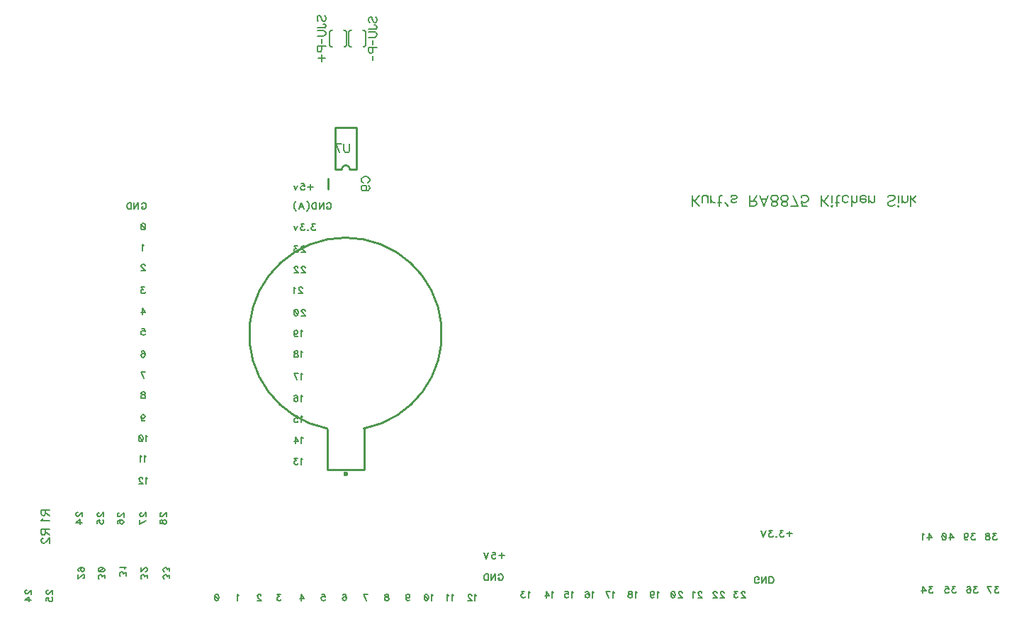
<source format=gbo>
G04 DipTrace 3.3.1.3*
G04 T4RA8875TouchShieldcastellatedV02.gbo*
%MOIN*%
G04 #@! TF.FileFunction,Legend,Bot*
G04 #@! TF.Part,Single*
%ADD10C,0.009843*%
%ADD16C,0.008*%
%ADD29C,0.023566*%
%ADD129C,0.006176*%
%ADD130C,0.007*%
%FSLAX26Y26*%
G04*
G70*
G90*
G75*
G01*
G04 BotSilk*
%LPD*%
X2137340Y2436271D2*
D10*
Y2385129D1*
D29*
X2218700Y1044062D3*
X2305351Y1066215D2*
D10*
X2132049D1*
X2305351D2*
Y1258730D1*
X2132049Y1066215D2*
Y1255132D1*
X2305351Y1258730D2*
G03X2132049Y1258730I-86651J444836D01*
G01*
X2144330Y3124914D2*
D16*
Y3061919D1*
X2223070Y3124914D2*
G03X2211259Y3132796I-9850J-1970D01*
G01*
Y3054037D2*
G03X2223070Y3061919I1961J9852D01*
G01*
X2156141Y3054037D2*
G02X2144330Y3061919I-1961J9852D01*
G01*
Y3124914D2*
G02X2156141Y3132796I9850J-1970D01*
G01*
X2223070Y3061919D2*
Y3124914D1*
X2234330D2*
Y3061919D1*
X2313070Y3124914D2*
G03X2301259Y3132796I-9850J-1970D01*
G01*
Y3054037D2*
G03X2313070Y3061919I1961J9852D01*
G01*
X2246141Y3054037D2*
G02X2234330Y3061919I-1961J9852D01*
G01*
Y3124914D2*
G02X2246141Y3132796I9850J-1970D01*
G01*
X2313070Y3061919D2*
Y3124914D1*
X2168811Y2477273D2*
D10*
Y2674127D1*
X2271187Y2477273D2*
Y2674127D1*
X2168811D2*
X2271187D1*
X2200305Y2477273D2*
X2168811D1*
X2239694D2*
X2271187D1*
X2200305D2*
G02X2239694Y2477273I19694J-9D01*
G01*
X2302211Y2414975D2*
D129*
X2298409Y2416876D1*
X2294562Y2420723D1*
X2292661Y2424525D1*
Y2432174D1*
X2294562Y2436021D1*
X2298409Y2439824D1*
X2302211Y2441769D1*
X2307959Y2443670D1*
X2317554D1*
X2323258Y2441769D1*
X2327105Y2439824D1*
X2330907Y2436021D1*
X2332853Y2432174D1*
Y2424525D1*
X2330907Y2420722D1*
X2327105Y2416876D1*
X2323258Y2414974D1*
X2306058Y2377730D2*
X2311806Y2379675D1*
X2315653Y2383478D1*
X2317554Y2389226D1*
Y2391127D1*
X2315653Y2396875D1*
X2311806Y2400678D1*
X2306058Y2402623D1*
X2304157D1*
X2298409Y2400678D1*
X2294606Y2396875D1*
X2292705Y2391127D1*
Y2389226D1*
X2294606Y2383478D1*
X2298409Y2379675D1*
X2306058Y2377730D1*
X2315653D1*
X2325203Y2379675D1*
X2330951Y2383478D1*
X2332853Y2389226D1*
Y2393028D1*
X2330951Y2398776D1*
X2327105Y2400678D1*
X807003Y875070D2*
Y857871D1*
X805057Y852123D1*
X803156Y850177D1*
X799354Y848276D1*
X795507D1*
X791704Y850177D1*
X789759Y852123D1*
X787858Y857871D1*
Y875071D1*
X828050Y875070D1*
X807003Y861673D2*
X828050Y848276D1*
X795551Y835924D2*
X793606Y832078D1*
X787902Y826330D1*
X828050D1*
X807003Y783670D2*
Y766471D1*
X805057Y760723D1*
X803156Y758777D1*
X799354Y756876D1*
X795507D1*
X791704Y758777D1*
X789759Y760723D1*
X787858Y766471D1*
Y783670D1*
X828050D1*
X807003Y770273D2*
X828050Y756876D1*
X797452Y742579D2*
X795551D1*
X791704Y740678D1*
X789803Y738776D1*
X787902Y734930D1*
Y727280D1*
X789803Y723478D1*
X791704Y721577D1*
X795551Y719631D1*
X799354D1*
X803200Y721577D1*
X808904Y725379D1*
X828050Y744524D1*
Y717730D1*
X2091500Y3175541D2*
X2087653Y3179343D1*
X2085751Y3185092D1*
Y3192741D1*
X2087653Y3198489D1*
X2091500Y3202336D1*
X2095302D1*
X2099149Y3200390D1*
X2101050Y3198489D1*
X2102951Y3194686D1*
X2106798Y3183190D1*
X2108699Y3179343D1*
X2110645Y3177442D1*
X2114447Y3175541D1*
X2120195D1*
X2123998Y3179343D1*
X2125943Y3185092D1*
Y3192741D1*
X2123998Y3198489D1*
X2120195Y3202336D1*
X2085752Y3144044D2*
X2116349D1*
X2122097Y3145945D1*
X2123998Y3147891D1*
X2125943Y3151693D1*
Y3155540D1*
X2123998Y3159343D1*
X2122097Y3161244D1*
X2116349Y3163190D1*
X2112546D1*
X2085752Y3131693D2*
X2114447D1*
X2120195Y3129792D1*
X2123998Y3125945D1*
X2125943Y3120197D1*
Y3116394D1*
X2123998Y3110646D1*
X2120195Y3106799D1*
X2114447Y3104898D1*
X2085752D1*
X2105870Y3092547D2*
Y3070439D1*
X2106798Y3058088D2*
Y3040843D1*
X2104897Y3035140D1*
X2102951Y3033194D1*
X2099149Y3031293D1*
X2093401D1*
X2089598Y3033194D1*
X2087653Y3035140D1*
X2085752Y3040843D1*
Y3058088D1*
X2125943D1*
X2088648Y3001742D2*
X2123092D1*
X2105892Y3018942D2*
Y2984498D1*
X2332385Y3169373D2*
X2328538Y3173175D1*
X2326637Y3178923D1*
Y3186573D1*
X2328538Y3192321D1*
X2332385Y3196168D1*
X2336188D1*
X2340034Y3194222D1*
X2341936Y3192321D1*
X2343837Y3188518D1*
X2347684Y3177022D1*
X2349585Y3173175D1*
X2351530Y3171274D1*
X2355333Y3169373D1*
X2361081D1*
X2364884Y3173175D1*
X2366829Y3178923D1*
Y3186573D1*
X2364884Y3192321D1*
X2361081Y3196168D1*
X2326637Y3137876D2*
X2357234D1*
X2362982Y3139777D1*
X2364884Y3141723D1*
X2366829Y3145525D1*
Y3149372D1*
X2364884Y3153175D1*
X2362982Y3155076D1*
X2357234Y3157021D1*
X2353432D1*
X2326637Y3125525D2*
X2355333D1*
X2361081Y3123623D1*
X2364884Y3119777D1*
X2366829Y3114029D1*
Y3110226D1*
X2364884Y3104478D1*
X2361081Y3100631D1*
X2355333Y3098730D1*
X2326637D1*
X2346755Y3086379D2*
Y3064271D1*
X2347684Y3051919D2*
Y3034675D1*
X2345782Y3028972D1*
X2343837Y3027026D1*
X2340034Y3025125D1*
X2334286D1*
X2330484Y3027026D1*
X2328538Y3028972D1*
X2326637Y3034675D1*
Y3051919D1*
X2366829D1*
X2346755Y3012773D2*
Y2990666D1*
X2237970Y2598206D2*
Y2569510D1*
X2236068Y2563762D1*
X2232222Y2559959D1*
X2226474Y2558014D1*
X2222671D1*
X2216923Y2559959D1*
X2213076Y2563762D1*
X2211175Y2569510D1*
Y2598206D1*
X2191174Y2558014D2*
X2172029Y2598162D1*
X2198824D1*
X3849809Y2305557D2*
D130*
Y2355797D1*
X3883302Y2305557D2*
X3849809Y2339051D1*
X3861747Y2327057D2*
X3883302Y2355797D1*
X3897302Y2322304D2*
Y2346236D1*
X3899679Y2353366D1*
X3904487Y2355797D1*
X3911672D1*
X3916425Y2353366D1*
X3923610Y2346236D1*
Y2322304D2*
Y2355797D1*
X3937610Y2322304D2*
Y2355797D1*
Y2336674D2*
X3940042Y2329489D1*
X3944795Y2324681D1*
X3949604Y2322304D1*
X3956789D1*
X3977974Y2305557D2*
Y2346236D1*
X3980350Y2353366D1*
X3985159Y2355797D1*
X3989912D1*
X3970789Y2322304D2*
X3987536D1*
X4015906Y2305613D2*
X4003912Y2319983D1*
X4018282Y2307989D1*
X4015906Y2305613D1*
X4058590Y2329489D2*
X4056214Y2324681D1*
X4049029Y2322304D1*
X4041844D1*
X4034659Y2324681D1*
X4032282Y2329489D1*
X4034659Y2334242D1*
X4039467Y2336674D1*
X4051405Y2339051D1*
X4056214Y2341427D1*
X4058590Y2346236D1*
Y2348612D1*
X4056214Y2353366D1*
X4049029Y2355797D1*
X4041844D1*
X4034659Y2353366D1*
X4032282Y2348612D1*
X4119752Y2329489D2*
X4141252D1*
X4148437Y2327057D1*
X4150869Y2324681D1*
X4153246Y2319927D1*
Y2315119D1*
X4150869Y2310366D1*
X4148437Y2307934D1*
X4141252Y2305557D1*
X4119752D1*
Y2355797D1*
X4136499Y2329489D2*
X4153246Y2355797D1*
X4205547D2*
X4186369Y2305557D1*
X4167246Y2355797D1*
X4174431Y2339051D2*
X4198362D1*
X4231486Y2305613D2*
X4224356Y2307989D1*
X4221924Y2312742D1*
Y2317551D1*
X4224356Y2322304D1*
X4229109Y2324736D1*
X4238671Y2327113D1*
X4245856Y2329489D1*
X4250609Y2334298D1*
X4252985Y2339051D1*
Y2346236D1*
X4250609Y2350989D1*
X4248232Y2353421D1*
X4241047Y2355797D1*
X4231486D1*
X4224356Y2353421D1*
X4221924Y2350989D1*
X4219547Y2346236D1*
Y2339051D1*
X4221924Y2334298D1*
X4226732Y2329489D1*
X4233862Y2327113D1*
X4243424Y2324736D1*
X4248232Y2322304D1*
X4250609Y2317551D1*
Y2312742D1*
X4248232Y2307989D1*
X4241047Y2305613D1*
X4231486D1*
X4278924D2*
X4271794Y2307989D1*
X4269362Y2312742D1*
Y2317551D1*
X4271794Y2322304D1*
X4276547Y2324736D1*
X4286109Y2327113D1*
X4293294Y2329489D1*
X4298047Y2334298D1*
X4300423Y2339051D1*
Y2346236D1*
X4298047Y2350989D1*
X4295670Y2353421D1*
X4288485Y2355797D1*
X4278924D1*
X4271794Y2353421D1*
X4269362Y2350989D1*
X4266985Y2346236D1*
Y2339051D1*
X4269362Y2334298D1*
X4274170Y2329489D1*
X4281300Y2327113D1*
X4290862Y2324736D1*
X4295670Y2322304D1*
X4298047Y2317551D1*
Y2312742D1*
X4295670Y2307989D1*
X4288485Y2305613D1*
X4278924D1*
X4323985Y2355797D2*
X4347917Y2305613D1*
X4314423D1*
X4390602D2*
X4366725D1*
X4364349Y2327113D1*
X4366725Y2324736D1*
X4373910Y2322304D1*
X4381040D1*
X4388225Y2324736D1*
X4393034Y2329489D1*
X4395410Y2336674D1*
Y2341427D1*
X4393034Y2348612D1*
X4388225Y2353421D1*
X4381040Y2355797D1*
X4373910D1*
X4366725Y2353421D1*
X4364349Y2350989D1*
X4361917Y2346236D1*
X4456572Y2305557D2*
Y2355797D1*
X4490065Y2305557D2*
X4456572Y2339051D1*
X4468510Y2327057D2*
X4490065Y2355797D1*
X4504065Y2305557D2*
X4506442Y2307934D1*
X4508874Y2305557D1*
X4506442Y2303126D1*
X4504065Y2305557D1*
X4506442Y2322304D2*
Y2355797D1*
X4530059Y2305557D2*
Y2346236D1*
X4532435Y2353366D1*
X4537244Y2355797D1*
X4541997D1*
X4522874Y2322304D2*
X4539620D1*
X4584737Y2329489D2*
X4579929Y2324681D1*
X4575120Y2322304D1*
X4567990D1*
X4563182Y2324681D1*
X4558429Y2329489D1*
X4555997Y2336674D1*
Y2341427D1*
X4558429Y2348612D1*
X4563182Y2353366D1*
X4567990Y2355797D1*
X4575120D1*
X4579929Y2353366D1*
X4584737Y2348612D1*
X4598737Y2305557D2*
Y2355797D1*
Y2331866D2*
X4605922Y2324681D1*
X4610731Y2322304D1*
X4617916D1*
X4622669Y2324681D1*
X4625045Y2331866D1*
Y2355797D1*
X4639045Y2336674D2*
X4667730D1*
Y2331866D1*
X4665354Y2327057D1*
X4662977Y2324681D1*
X4658169Y2322304D1*
X4650984D1*
X4646230Y2324681D1*
X4641422Y2329489D1*
X4639045Y2336674D1*
Y2341427D1*
X4641422Y2348612D1*
X4646230Y2353366D1*
X4650984Y2355797D1*
X4658169D1*
X4662977Y2353366D1*
X4667730Y2348612D1*
X4681730Y2322304D2*
Y2355797D1*
Y2331866D2*
X4688915Y2324681D1*
X4693724Y2322304D1*
X4700853D1*
X4705662Y2324681D1*
X4708039Y2331866D1*
Y2355797D1*
X4802694Y2312743D2*
X4797940Y2307934D1*
X4790755Y2305557D1*
X4781194D1*
X4774009Y2307934D1*
X4769200Y2312742D1*
Y2317496D1*
X4771632Y2322304D1*
X4774009Y2324681D1*
X4778762Y2327057D1*
X4793132Y2331866D1*
X4797940Y2334242D1*
X4800317Y2336674D1*
X4802694Y2341427D1*
Y2348612D1*
X4797940Y2353366D1*
X4790755Y2355797D1*
X4781194D1*
X4774009Y2353366D1*
X4769200Y2348612D1*
X4816694Y2305557D2*
X4819070Y2307934D1*
X4821502Y2305557D1*
X4819070Y2303126D1*
X4816694Y2305557D1*
X4819070Y2322304D2*
Y2355797D1*
X4835502Y2322304D2*
Y2355797D1*
Y2331866D2*
X4842687Y2324681D1*
X4847495Y2322304D1*
X4854625D1*
X4859434Y2324681D1*
X4861810Y2331866D1*
Y2355797D1*
X4875810Y2305557D2*
Y2355797D1*
X4899742Y2322304D2*
X4875810Y2346236D1*
X4885372Y2336674D2*
X4902119Y2355797D1*
X3085656Y486445D2*
X3082771Y487904D1*
X3078460Y492182D1*
Y462071D1*
X3061575Y492182D2*
X3045823D1*
X3054412Y480708D1*
X3050101D1*
X3047249Y479282D1*
X3045823Y477856D1*
X3044364Y473545D1*
Y470693D1*
X3045823Y466382D1*
X3048675Y463497D1*
X3052986Y462071D1*
X3057297D1*
X3061575Y463497D1*
X3063001Y464956D1*
X3064460Y467808D1*
X3197879Y486445D2*
X3194994Y487904D1*
X3190683Y492182D1*
Y462071D1*
X3162324D2*
Y492182D1*
X3176683Y472119D1*
X3155161D1*
X3289926Y486445D2*
X3287041Y487904D1*
X3282730Y492182D1*
Y462071D1*
X3251519Y492182D2*
X3265845D1*
X3267271Y479282D1*
X3265845Y480708D1*
X3261534Y482167D1*
X3257256D1*
X3252945Y480708D1*
X3250060Y477856D1*
X3248634Y473545D1*
Y470693D1*
X3250060Y466382D1*
X3252945Y463497D1*
X3257256Y462071D1*
X3261534D1*
X3265845Y463497D1*
X3267271Y464956D1*
X3268730Y467808D1*
X3386765Y486445D2*
X3383880Y487904D1*
X3379569Y492182D1*
Y462071D1*
X3348358Y487904D2*
X3349784Y490756D1*
X3354095Y492182D1*
X3356947D1*
X3361258Y490756D1*
X3364143Y486445D1*
X3365569Y479282D1*
Y472119D1*
X3364143Y466382D1*
X3361258Y463497D1*
X3356947Y462071D1*
X3355521D1*
X3351243Y463497D1*
X3348358Y466382D1*
X3346932Y470693D1*
Y472119D1*
X3348358Y476430D1*
X3351243Y479282D1*
X3355521Y480708D1*
X3356947D1*
X3361258Y479282D1*
X3364143Y476430D1*
X3365569Y472119D1*
X3485063Y486445D2*
X3482178Y487904D1*
X3477867Y492182D1*
Y462071D1*
X3458130D2*
X3443771Y492182D1*
X3463867D1*
X3589577Y486445D2*
X3586692Y487904D1*
X3582381Y492182D1*
Y462071D1*
X3561218Y492182D2*
X3565496Y490756D1*
X3566955Y487904D1*
Y485019D1*
X3565496Y482167D1*
X3562644Y480708D1*
X3556907Y479282D1*
X3552596Y477856D1*
X3549744Y474971D1*
X3548318Y472119D1*
Y467808D1*
X3549744Y464956D1*
X3551170Y463497D1*
X3555481Y462071D1*
X3561218D1*
X3565496Y463497D1*
X3566955Y464956D1*
X3568381Y467808D1*
Y472119D1*
X3566955Y474971D1*
X3564070Y477856D1*
X3559792Y479282D1*
X3554055Y480708D1*
X3551170Y482167D1*
X3549744Y485019D1*
Y487904D1*
X3551170Y490756D1*
X3555481Y492182D1*
X3561218D1*
X3692697Y486445D2*
X3689812Y487904D1*
X3685501Y492182D1*
Y462071D1*
X3652831Y482167D2*
X3654290Y477856D1*
X3657142Y474971D1*
X3661453Y473545D1*
X3662879D1*
X3667190Y474971D1*
X3670042Y477856D1*
X3671501Y482167D1*
Y483593D1*
X3670042Y487904D1*
X3667190Y490756D1*
X3662879Y492182D1*
X3661453D1*
X3657142Y490756D1*
X3654290Y487904D1*
X3652831Y482167D1*
Y474971D1*
X3654290Y467808D1*
X3657142Y463497D1*
X3661453Y462071D1*
X3664305D1*
X3668616Y463497D1*
X3670042Y466382D1*
X3802436Y485019D2*
Y486445D1*
X3801010Y489330D1*
X3799584Y490756D1*
X3796699Y492182D1*
X3790962D1*
X3788110Y490756D1*
X3786684Y489330D1*
X3785225Y486445D1*
Y483593D1*
X3786684Y480708D1*
X3789536Y476430D1*
X3803895Y462071D1*
X3783799D1*
X3761177Y492182D2*
X3765488Y490756D1*
X3768373Y486445D1*
X3769799Y479282D1*
Y474971D1*
X3768373Y467808D1*
X3765488Y463497D1*
X3761177Y462071D1*
X3758325D1*
X3754014Y463497D1*
X3751162Y467808D1*
X3749703Y474971D1*
Y479282D1*
X3751162Y486445D1*
X3754014Y490756D1*
X3758325Y492182D1*
X3761177D1*
X3751162Y486445D2*
X3768373Y467808D1*
X3894483Y485019D2*
Y486445D1*
X3893057Y489330D1*
X3891631Y490756D1*
X3888746Y492182D1*
X3883009D1*
X3880157Y490756D1*
X3878731Y489330D1*
X3877272Y486445D1*
Y483593D1*
X3878731Y480708D1*
X3881583Y476430D1*
X3895942Y462071D1*
X3875846D1*
X3861846Y486445D2*
X3858961Y487904D1*
X3854650Y492182D1*
Y462071D1*
X3999432Y485019D2*
Y486445D1*
X3998006Y489330D1*
X3996580Y490756D1*
X3993695Y492182D1*
X3987958D1*
X3985106Y490756D1*
X3983680Y489330D1*
X3982221Y486445D1*
Y483593D1*
X3983680Y480708D1*
X3986532Y476430D1*
X4000891Y462071D1*
X3980795D1*
X3965336Y485019D2*
Y486445D1*
X3963910Y489330D1*
X3962484Y490756D1*
X3959599Y492182D1*
X3953862D1*
X3951010Y490756D1*
X3949584Y489330D1*
X3948125Y486445D1*
Y483593D1*
X3949584Y480708D1*
X3952436Y476430D1*
X3966795Y462071D1*
X3946699D1*
X4098130Y485019D2*
Y486445D1*
X4096704Y489330D1*
X4095278Y490756D1*
X4092393Y492182D1*
X4086656D1*
X4083804Y490756D1*
X4082378Y489330D1*
X4080919Y486445D1*
Y483593D1*
X4082378Y480708D1*
X4085230Y476430D1*
X4099589Y462071D1*
X4079493D1*
X4062608Y492182D2*
X4046856D1*
X4055445Y480708D1*
X4051134D1*
X4048282Y479282D1*
X4046856Y477856D1*
X4045397Y473545D1*
Y470693D1*
X4046856Y466382D1*
X4049708Y463497D1*
X4054019Y462071D1*
X4058330D1*
X4062608Y463497D1*
X4064034Y464956D1*
X4065493Y467808D1*
X2952800Y674111D2*
Y648278D1*
X2965700Y661178D2*
X2939867D1*
X2908656Y676250D2*
X2922982D1*
X2924408Y663350D1*
X2922982Y664776D1*
X2918671Y666235D1*
X2914393D1*
X2910082Y664776D1*
X2907197Y661924D1*
X2905771Y657613D1*
Y654761D1*
X2907197Y650450D1*
X2910082Y647565D1*
X2914393Y646139D1*
X2918671D1*
X2922982Y647565D1*
X2924408Y649024D1*
X2925867Y651876D1*
X2891771Y676283D2*
X2880297Y646139D1*
X2868823Y676283D1*
X2009774Y448714D2*
Y478825D1*
X2024133Y458762D1*
X2002611D1*
X2107004Y478825D2*
X2121330D1*
X2122756Y465925D1*
X2121330Y467351D1*
X2117019Y468810D1*
X2112741D1*
X2108430Y467351D1*
X2105545Y464499D1*
X2104119Y460188D1*
Y457336D1*
X2105545Y453025D1*
X2108430Y450140D1*
X2112741Y448714D1*
X2117019D1*
X2121330Y450140D1*
X2122756Y451599D1*
X2124215Y454451D1*
X2205626Y474547D2*
X2207052Y477399D1*
X2211363Y478825D1*
X2214215D1*
X2218526Y477399D1*
X2221411Y473088D1*
X2222837Y465925D1*
Y458762D1*
X2221411Y453025D1*
X2218526Y450140D1*
X2214215Y448714D1*
X2212789D1*
X2208511Y450140D1*
X2205626Y453025D1*
X2204200Y457336D1*
Y458762D1*
X2205626Y463073D1*
X2208511Y465925D1*
X2212789Y467351D1*
X2214215D1*
X2218526Y465925D1*
X2221411Y463073D1*
X2222837Y458762D1*
X2317182Y448714D2*
X2302823Y478825D1*
X2322919D1*
X2415805D2*
X2420082Y477399D1*
X2421542Y474547D1*
Y471662D1*
X2420082Y468810D1*
X2417231Y467351D1*
X2411494Y465925D1*
X2407183Y464499D1*
X2404331Y461614D1*
X2402905Y458762D1*
Y454451D1*
X2404331Y451599D1*
X2405757Y450140D1*
X2410068Y448714D1*
X2415805D1*
X2420082Y450140D1*
X2421542Y451599D1*
X2422968Y454451D1*
Y458762D1*
X2421542Y461614D1*
X2418657Y464499D1*
X2414379Y465925D1*
X2408642Y467351D1*
X2405757Y468810D1*
X2404331Y471662D1*
Y474547D1*
X2405757Y477399D1*
X2410068Y478825D1*
X2415805D1*
X2502953Y468810D2*
X2504412Y464499D1*
X2507264Y461614D1*
X2511575Y460188D1*
X2513001D1*
X2517312Y461614D1*
X2520164Y464499D1*
X2521623Y468810D1*
Y470236D1*
X2520164Y474547D1*
X2517312Y477399D1*
X2513001Y478825D1*
X2511575D1*
X2507264Y477399D1*
X2504412Y474547D1*
X2502953Y468810D1*
Y461614D1*
X2504412Y454451D1*
X2507264Y450140D1*
X2511575Y448714D1*
X2514427D1*
X2518738Y450140D1*
X2520164Y453025D1*
X2630403Y473088D2*
X2627518Y474547D1*
X2623207Y478825D1*
Y448714D1*
X2600585Y478825D2*
X2604896Y477399D1*
X2607781Y473088D1*
X2609207Y465925D1*
Y461614D1*
X2607781Y454451D1*
X2604896Y450140D1*
X2600585Y448714D1*
X2597733D1*
X2593422Y450140D1*
X2590570Y454451D1*
X2589111Y461614D1*
Y465925D1*
X2590570Y473088D1*
X2593422Y477399D1*
X2597733Y478825D1*
X2600585D1*
X2590570Y473088D2*
X2607781Y454451D1*
X2726282Y473088D2*
X2723397Y474547D1*
X2719086Y478825D1*
Y448714D1*
X2705086Y473088D2*
X2702201Y474547D1*
X2697890Y478825D1*
Y448714D1*
X2835062Y473088D2*
X2832177Y474547D1*
X2827866Y478825D1*
Y448714D1*
X2812406Y471662D2*
Y473088D1*
X2810980Y475973D1*
X2809555Y477399D1*
X2806669Y478825D1*
X2800932D1*
X2798081Y477399D1*
X2796655Y475973D1*
X2795196Y473088D1*
Y470236D1*
X2796655Y467351D1*
X2799507Y463073D1*
X2813866Y448714D1*
X2793770D1*
X1913491Y478825D2*
X1897739D1*
X1906328Y467351D1*
X1902017D1*
X1899165Y465925D1*
X1897739Y464499D1*
X1896280Y460188D1*
Y457336D1*
X1897739Y453025D1*
X1900591Y450140D1*
X1904902Y448714D1*
X1909213D1*
X1913491Y450140D1*
X1914917Y451599D1*
X1916376Y454451D1*
X1821085Y471662D2*
Y473088D1*
X1819659Y475973D1*
X1818233Y477399D1*
X1815348Y478825D1*
X1809611D1*
X1806759Y477399D1*
X1805333Y475973D1*
X1803874Y473088D1*
Y470236D1*
X1805333Y467351D1*
X1808185Y463073D1*
X1822544Y448714D1*
X1802448D1*
X1716214Y473088D2*
X1713329Y474547D1*
X1709018Y478825D1*
Y448714D1*
X1614160Y478825D2*
X1618471Y477399D1*
X1621356Y473088D1*
X1622782Y465925D1*
Y461614D1*
X1621356Y454451D1*
X1618471Y450140D1*
X1614160Y448714D1*
X1611308D1*
X1606997Y450140D1*
X1604145Y454451D1*
X1602686Y461614D1*
Y465925D1*
X1604145Y473088D1*
X1606997Y477399D1*
X1611308Y478825D1*
X1614160D1*
X1604145Y473088D2*
X1621356Y454451D1*
X2937425Y566695D2*
X2938851Y569547D1*
X2941736Y572432D1*
X2944588Y573858D1*
X2950325D1*
X2953210Y572432D1*
X2956062Y569547D1*
X2957521Y566695D1*
X2958947Y562384D1*
Y555188D1*
X2957521Y550910D1*
X2956062Y548025D1*
X2953210Y545173D1*
X2950325Y543714D1*
X2944588D1*
X2941736Y545173D1*
X2938851Y548025D1*
X2937425Y550910D1*
Y555188D1*
X2944588D1*
X2903329Y573858D2*
Y543714D1*
X2923425Y573858D1*
Y543714D1*
X2889329Y573858D2*
Y543714D1*
X2879281D1*
X2874970Y545173D1*
X2872085Y548025D1*
X2870659Y550910D1*
X2869233Y555188D1*
Y562384D1*
X2870659Y566695D1*
X2872085Y569547D1*
X2874970Y572432D1*
X2879281Y573858D1*
X2889329D1*
X958842Y863431D2*
X957416D1*
X954531Y862005D1*
X953105Y860579D1*
X951679Y857694D1*
Y851957D1*
X953105Y849105D1*
X954531Y847679D1*
X957416Y846220D1*
X960268D1*
X963153Y847679D1*
X967431Y850531D1*
X981790Y864890D1*
Y844794D1*
Y816435D2*
X951679D1*
X971742Y830794D1*
Y809272D1*
X1058832Y862005D2*
X1057406D1*
X1054521Y860579D1*
X1053095Y859153D1*
X1051669Y856268D1*
Y850531D1*
X1053095Y847679D1*
X1054521Y846253D1*
X1057406Y844794D1*
X1060258D1*
X1063143Y846253D1*
X1067420Y849105D1*
X1081779Y863464D1*
Y843368D1*
X1051669Y812157D2*
Y826483D1*
X1064569Y827909D1*
X1063143Y826483D1*
X1061683Y822172D1*
Y817894D1*
X1063143Y813583D1*
X1065994Y810698D1*
X1070305Y809272D1*
X1073157D1*
X1077468Y810698D1*
X1080354Y813583D1*
X1081780Y817894D1*
Y822172D1*
X1080354Y826483D1*
X1078894Y827909D1*
X1076043Y829368D1*
X1152572Y860546D2*
X1151146D1*
X1148261Y859120D1*
X1146835Y857694D1*
X1145409Y854809D1*
Y849072D1*
X1146835Y846220D1*
X1148261Y844794D1*
X1151146Y843335D1*
X1153998D1*
X1156883Y844794D1*
X1161161Y847646D1*
X1175520Y862005D1*
Y841909D1*
X1149687Y810698D2*
X1146835Y812124D1*
X1145409Y816435D1*
Y819287D1*
X1146835Y823598D1*
X1151146Y826483D1*
X1158309Y827909D1*
X1165472D1*
X1171209Y826483D1*
X1174094Y823598D1*
X1175520Y819287D1*
Y817861D1*
X1174094Y813583D1*
X1171209Y810698D1*
X1166898Y809272D1*
X1165472D1*
X1161161Y810698D1*
X1158309Y813583D1*
X1156883Y817861D1*
Y819287D1*
X1158309Y823598D1*
X1161161Y826483D1*
X1165472Y827909D1*
X1258811Y862005D2*
X1257385D1*
X1254500Y860579D1*
X1253074Y859153D1*
X1251648Y856268D1*
Y850531D1*
X1253074Y847679D1*
X1254500Y846253D1*
X1257385Y844794D1*
X1260237D1*
X1263122Y846253D1*
X1267399Y849105D1*
X1281758Y863464D1*
Y843368D1*
X1281759Y823631D2*
X1251648Y809272D1*
Y829368D1*
X1185351Y566332D2*
Y582084D1*
X1173877Y573495D1*
Y577806D1*
X1172451Y580658D1*
X1171025Y582084D1*
X1166714Y583543D1*
X1163862D1*
X1159551Y582084D1*
X1156666Y579232D1*
X1155240Y574921D1*
Y570610D1*
X1156666Y566332D1*
X1158125Y564906D1*
X1160977Y563447D1*
X1179614Y597543D2*
X1181073Y600428D1*
X1185351Y604739D1*
X1155240D1*
X1285340Y553432D2*
Y569184D1*
X1273866Y560595D1*
Y564906D1*
X1272440Y567758D1*
X1271014Y569184D1*
X1266703Y570643D1*
X1263851D1*
X1259540Y569184D1*
X1256655Y566332D1*
X1255229Y562021D1*
Y557710D1*
X1256655Y553432D1*
X1258115Y552006D1*
X1260966Y550547D1*
X1278177Y586102D2*
X1279603D1*
X1282488Y587528D1*
X1283914Y588954D1*
X1285340Y591839D1*
Y597576D1*
X1283914Y600428D1*
X1282488Y601854D1*
X1279603Y603313D1*
X1276751D1*
X1273866Y601854D1*
X1269588Y599002D1*
X1255229Y584643D1*
Y604739D1*
X1391579Y553432D2*
Y569184D1*
X1380105Y560595D1*
Y564906D1*
X1378679Y567758D1*
X1377253Y569184D1*
X1372942Y570643D1*
X1370090D1*
X1365779Y569184D1*
X1362894Y566332D1*
X1361468Y562021D1*
Y557710D1*
X1362894Y553432D1*
X1364353Y552006D1*
X1367205Y550547D1*
X1391579Y587528D2*
Y603280D1*
X1380105Y594691D1*
Y599002D1*
X1378679Y601854D1*
X1377253Y603280D1*
X1372942Y604739D1*
X1370090D1*
X1365779Y603280D1*
X1362894Y600428D1*
X1361468Y596117D1*
Y591806D1*
X1362894Y587528D1*
X1364353Y586102D1*
X1367205Y584643D1*
X1352551Y861972D2*
X1351125D1*
X1348240Y860546D1*
X1346814Y859120D1*
X1345388Y856235D1*
Y850498D1*
X1346814Y847646D1*
X1348240Y846220D1*
X1351125Y844761D1*
X1353977D1*
X1356862Y846220D1*
X1361140Y849072D1*
X1375499Y863431D1*
Y843335D1*
X1345388Y822172D2*
X1346814Y826450D1*
X1349666Y827909D1*
X1352551D1*
X1355403Y826450D1*
X1356862Y823598D1*
X1358288Y817861D1*
X1359714Y813550D1*
X1362599Y810698D1*
X1365451Y809272D1*
X1369762D1*
X1372614Y810698D1*
X1374073Y812124D1*
X1375499Y816435D1*
Y822172D1*
X1374073Y826450D1*
X1372614Y827909D1*
X1369762Y829335D1*
X1365451D1*
X1362599Y827909D1*
X1359714Y825024D1*
X1358288Y820746D1*
X1356862Y815009D1*
X1355403Y812124D1*
X1352551Y810698D1*
X1349666D1*
X1346814Y812124D1*
X1345388Y816435D1*
Y822172D1*
X984458Y553432D2*
X985884D1*
X988769Y554858D1*
X990195Y556284D1*
X991621Y559169D1*
Y564906D1*
X990195Y567758D1*
X988769Y569184D1*
X985884Y570643D1*
X983032D1*
X980147Y569184D1*
X975869Y566332D1*
X961510Y551973D1*
Y572069D1*
X981606Y604739D2*
X977295Y603280D1*
X974410Y600428D1*
X972984Y596117D1*
Y594691D1*
X974410Y590380D1*
X977295Y587528D1*
X981606Y586069D1*
X983032D1*
X987343Y587528D1*
X990195Y590380D1*
X991621Y594691D1*
Y596117D1*
X990195Y600428D1*
X987343Y603280D1*
X981606Y604739D1*
X974410D1*
X967247Y603280D1*
X962936Y600428D1*
X961510Y596117D1*
Y593265D1*
X962936Y588954D1*
X965821Y587528D1*
X1085361Y553432D2*
Y569184D1*
X1073887Y560595D1*
Y564906D1*
X1072461Y567758D1*
X1071035Y569184D1*
X1066724Y570643D1*
X1063872D1*
X1059561Y569184D1*
X1056676Y566332D1*
X1055250Y562021D1*
Y557710D1*
X1056676Y553432D1*
X1058136Y552006D1*
X1060987Y550547D1*
X1085361Y593265D2*
X1083935Y588954D1*
X1079624Y586069D1*
X1072461Y584643D1*
X1068150D1*
X1060987Y586069D1*
X1056676Y588954D1*
X1055250Y593265D1*
Y596117D1*
X1056676Y600428D1*
X1060987Y603280D1*
X1068150Y604739D1*
X1072461D1*
X1079624Y603280D1*
X1083935Y600428D1*
X1085361Y596117D1*
Y593265D1*
X1079624Y603280D2*
X1060987Y586069D1*
X4979876Y515214D2*
X4964125D1*
X4972714Y503740D1*
X4968403D1*
X4965551Y502314D1*
X4964125Y500888D1*
X4962666Y496577D1*
Y493726D1*
X4964125Y489415D1*
X4966977Y486529D1*
X4971288Y485103D1*
X4975599D1*
X4979876Y486529D1*
X4981302Y487989D1*
X4982762Y490840D1*
X4934307Y485103D2*
Y515214D1*
X4948666Y495151D1*
X4927144D1*
X5088368Y515214D2*
X5072616D1*
X5081205Y503740D1*
X5076894D1*
X5074042Y502314D1*
X5072616Y500888D1*
X5071157Y496577D1*
Y493726D1*
X5072616Y489415D1*
X5075468Y486529D1*
X5079779Y485103D1*
X5084090D1*
X5088368Y486529D1*
X5089794Y487989D1*
X5091253Y490840D1*
X5039946Y515214D2*
X5054272D1*
X5055698Y502314D1*
X5054272Y503740D1*
X5049961Y505199D1*
X5045683D1*
X5041372Y503740D1*
X5038487Y500888D1*
X5037061Y496577D1*
Y493726D1*
X5038487Y489415D1*
X5041372Y486529D1*
X5045683Y485103D1*
X5049961D1*
X5054272Y486529D1*
X5055698Y487989D1*
X5057157Y490840D1*
X5190722Y515214D2*
X5174971D1*
X5183559Y503740D1*
X5179248D1*
X5176396Y502314D1*
X5174971Y500888D1*
X5173511Y496577D1*
Y493726D1*
X5174971Y489415D1*
X5177822Y486529D1*
X5182133Y485103D1*
X5186444D1*
X5190722Y486529D1*
X5192148Y487989D1*
X5193607Y490840D1*
X5142300Y510936D2*
X5143726Y513788D1*
X5148037Y515214D1*
X5150889D1*
X5155200Y513788D1*
X5158085Y509477D1*
X5159511Y502314D1*
Y495151D1*
X5158085Y489415D1*
X5155200Y486529D1*
X5150889Y485103D1*
X5149463D1*
X5145186Y486529D1*
X5142300Y489415D1*
X5140875Y493726D1*
Y495151D1*
X5142300Y499463D1*
X5145186Y502314D1*
X5149463Y503740D1*
X5150889D1*
X5155200Y502314D1*
X5158085Y499463D1*
X5159511Y495151D1*
X5289663Y515214D2*
X5273911D1*
X5282500Y503740D1*
X5278189D1*
X5275337Y502314D1*
X5273911Y500888D1*
X5272452Y496577D1*
Y493726D1*
X5273911Y489415D1*
X5276763Y486529D1*
X5281074Y485103D1*
X5285385D1*
X5289663Y486529D1*
X5291089Y487989D1*
X5292548Y490840D1*
X5252715Y485103D2*
X5238356Y515214D1*
X5258452D1*
X5280850Y765214D2*
X5265099D1*
X5273687Y753740D1*
X5269376D1*
X5266525Y752314D1*
X5265099Y750888D1*
X5263639Y746577D1*
Y743726D1*
X5265099Y739415D1*
X5267951Y736529D1*
X5272262Y735103D1*
X5276573D1*
X5280850Y736529D1*
X5282276Y737989D1*
X5283735Y740840D1*
X5242477Y765214D2*
X5246754Y763788D1*
X5248214Y760936D1*
Y758051D1*
X5246754Y755199D1*
X5243903Y753740D1*
X5238166Y752314D1*
X5233855Y750888D1*
X5231003Y748003D1*
X5229577Y745151D1*
Y740840D1*
X5231003Y737989D1*
X5232429Y736529D1*
X5236740Y735103D1*
X5242477D1*
X5246754Y736529D1*
X5248214Y737989D1*
X5249639Y740840D1*
Y745151D1*
X5248214Y748003D1*
X5245328Y750888D1*
X5241051Y752314D1*
X5235314Y753740D1*
X5232429Y755199D1*
X5231003Y758051D1*
Y760936D1*
X5232429Y763788D1*
X5236740Y765214D1*
X5242477D1*
X5178578D2*
X5162827D1*
X5171415Y753740D1*
X5167104D1*
X5164252Y752314D1*
X5162827Y750888D1*
X5161367Y746577D1*
Y743726D1*
X5162827Y739415D1*
X5165678Y736529D1*
X5169989Y735103D1*
X5174300D1*
X5178578Y736529D1*
X5180004Y737989D1*
X5181463Y740840D1*
X5128697Y755199D2*
X5130156Y750888D1*
X5133008Y748003D1*
X5137319Y746577D1*
X5138745D1*
X5143056Y748003D1*
X5145908Y750888D1*
X5147367Y755199D1*
Y756625D1*
X5145908Y760936D1*
X5143056Y763788D1*
X5138745Y765214D1*
X5137319D1*
X5133008Y763788D1*
X5130156Y760936D1*
X5128697Y755199D1*
Y748003D1*
X5130156Y740840D1*
X5133008Y736529D1*
X5137319Y735103D1*
X5140171D1*
X5144482Y736529D1*
X5145908Y739415D1*
X4163676Y537756D2*
X4162250Y534905D1*
X4159365Y532019D1*
X4156513Y530594D1*
X4150776D1*
X4147891Y532019D1*
X4145039Y534905D1*
X4143580Y537756D1*
X4142154Y542067D1*
Y549264D1*
X4143580Y553541D1*
X4145039Y556426D1*
X4147891Y559278D1*
X4150776Y560737D1*
X4156513D1*
X4159365Y559278D1*
X4162250Y556426D1*
X4163676Y553541D1*
Y549264D1*
X4156513D1*
X4197772Y530594D2*
Y560737D1*
X4177676Y530594D1*
Y560737D1*
X4211772Y530593D2*
Y560738D1*
X4221820D1*
X4226131Y559278D1*
X4229016Y556426D1*
X4230442Y553541D1*
X4231868Y549263D1*
Y542067D1*
X4230442Y537756D1*
X4229016Y534904D1*
X4226131Y532019D1*
X4221820Y530593D1*
X4211772D1*
X5064956Y735103D2*
Y765214D1*
X5079315Y745151D1*
X5057793D1*
X5035171Y765214D2*
X5039482Y763788D1*
X5042367Y759477D1*
X5043793Y752314D1*
Y748003D1*
X5042367Y740840D1*
X5039482Y736529D1*
X5035171Y735103D1*
X5032319D1*
X5028008Y736529D1*
X5025156Y740840D1*
X5023697Y748003D1*
Y752314D1*
X5025156Y759477D1*
X5028008Y763788D1*
X5032319Y765214D1*
X5035171D1*
X5025156Y759477D2*
X5042367Y740840D1*
X4308040Y776253D2*
Y750420D1*
X4320940Y763319D2*
X4295107D1*
X4278222Y778392D2*
X4262470D1*
X4271059Y766918D1*
X4266748D1*
X4263896Y765492D1*
X4262470Y764066D1*
X4261011Y759755D1*
Y756903D1*
X4262470Y752592D1*
X4265322Y749707D1*
X4269633Y748281D1*
X4273944D1*
X4278222Y749707D1*
X4279648Y751166D1*
X4281107Y754018D1*
X4245585Y751166D2*
X4247011Y749707D1*
X4245585Y748281D1*
X4244126Y749707D1*
X4245585Y751166D1*
X4227241Y778392D2*
X4211489D1*
X4220078Y766918D1*
X4215767D1*
X4212915Y765492D1*
X4211489Y764066D1*
X4210030Y759755D1*
Y756903D1*
X4211489Y752592D1*
X4214341Y749707D1*
X4218652Y748281D1*
X4222963D1*
X4227241Y749707D1*
X4228667Y751166D1*
X4230126Y754018D1*
X4196030Y778425D2*
X4184556Y748281D1*
X4173082Y778425D1*
X718842Y498431D2*
X717416D1*
X714531Y497005D1*
X713105Y495579D1*
X711679Y492694D1*
Y486957D1*
X713105Y484105D1*
X714531Y482679D1*
X717416Y481220D1*
X720268D1*
X723153Y482679D1*
X727431Y485531D1*
X741790Y499890D1*
Y479794D1*
Y451435D2*
X711679D1*
X731742Y465794D1*
Y444272D1*
X818832Y497005D2*
X817406D1*
X814521Y495579D1*
X813095Y494153D1*
X811669Y491268D1*
Y485531D1*
X813095Y482679D1*
X814521Y481253D1*
X817406Y479794D1*
X820258D1*
X823143Y481253D1*
X827420Y484105D1*
X841779Y498464D1*
Y478368D1*
X811669Y447157D2*
Y461483D1*
X824569Y462909D1*
X823143Y461483D1*
X821683Y457172D1*
Y452894D1*
X823143Y448583D1*
X825994Y445698D1*
X830305Y444272D1*
X833157D1*
X837468Y445698D1*
X840354Y448583D1*
X841780Y452894D1*
Y457172D1*
X840354Y461483D1*
X838894Y462909D1*
X836043Y464368D1*
X4962056Y735103D2*
Y765214D1*
X4976415Y745151D1*
X4954893D1*
X4940893Y759477D2*
X4938008Y760936D1*
X4933697Y765214D1*
Y735103D1*
X1263102Y1793437D2*
Y1823548D1*
X1277461Y1803485D1*
X1255939D1*
X1259537Y1729003D2*
X1273862D1*
X1275288Y1716103D1*
X1273862Y1717529D1*
X1269551Y1718988D1*
X1265273D1*
X1260962Y1717529D1*
X1258077Y1714677D1*
X1256651Y1710366D1*
Y1707514D1*
X1258077Y1703203D1*
X1260962Y1700318D1*
X1265273Y1698892D1*
X1269551D1*
X1273862Y1700318D1*
X1275288Y1701777D1*
X1276747Y1704629D1*
X1258807Y1619124D2*
X1260233Y1621976D1*
X1264544Y1623402D1*
X1267396D1*
X1271707Y1621976D1*
X1274592Y1617665D1*
X1276018Y1610502D1*
Y1603339D1*
X1274592Y1597602D1*
X1271707Y1594717D1*
X1267396Y1593291D1*
X1265970D1*
X1261692Y1594717D1*
X1258807Y1597602D1*
X1257381Y1601913D1*
Y1603339D1*
X1258807Y1607650D1*
X1261692Y1610502D1*
X1265970Y1611928D1*
X1267396D1*
X1271707Y1610502D1*
X1274592Y1607650D1*
X1276018Y1603339D1*
X1271010Y1493938D2*
X1256651Y1524049D1*
X1276747D1*
X1269568Y1430234D2*
X1273846Y1428808D1*
X1275305Y1425956D1*
Y1423071D1*
X1273846Y1420219D1*
X1270994Y1418760D1*
X1265257Y1417334D1*
X1260946Y1415908D1*
X1258094Y1413023D1*
X1256669Y1410171D1*
Y1405860D1*
X1258094Y1403008D1*
X1259520Y1401549D1*
X1263831Y1400123D1*
X1269568D1*
X1273846Y1401549D1*
X1275305Y1403008D1*
X1276731Y1405860D1*
Y1410171D1*
X1275305Y1413023D1*
X1272420Y1415908D1*
X1268142Y1417334D1*
X1262405Y1418760D1*
X1259520Y1420219D1*
X1258094Y1423071D1*
Y1425956D1*
X1259520Y1428808D1*
X1263831Y1430234D1*
X1269568D1*
X1257364Y1314617D2*
X1258823Y1310306D1*
X1261675Y1307421D1*
X1265986Y1305995D1*
X1267412D1*
X1271723Y1307421D1*
X1274575Y1310306D1*
X1276034Y1314617D1*
Y1316043D1*
X1274575Y1320354D1*
X1271723Y1323206D1*
X1267412Y1324632D1*
X1265986D1*
X1261675Y1323206D1*
X1258823Y1320354D1*
X1257364Y1314617D1*
Y1307421D1*
X1258823Y1300258D1*
X1261675Y1295947D1*
X1265986Y1294521D1*
X1268838D1*
X1273149Y1295947D1*
X1274575Y1298832D1*
X1287345Y1221426D2*
X1284460Y1222885D1*
X1280149Y1227163D1*
Y1197052D1*
X1257527Y1227163D2*
X1261838Y1225737D1*
X1264723Y1221426D1*
X1266149Y1214263D1*
Y1209952D1*
X1264723Y1202789D1*
X1261838Y1198478D1*
X1257527Y1197052D1*
X1254675D1*
X1250364Y1198478D1*
X1247512Y1202789D1*
X1246053Y1209952D1*
Y1214263D1*
X1247512Y1221426D1*
X1250364Y1225737D1*
X1254675Y1227163D1*
X1257527D1*
X1247512Y1221426D2*
X1264723Y1202789D1*
X1280895Y1125346D2*
X1278010Y1126805D1*
X1273699Y1131083D1*
Y1100972D1*
X1259699Y1125346D2*
X1256814Y1126805D1*
X1252503Y1131083D1*
Y1100972D1*
X1287345Y1023017D2*
X1284460Y1024476D1*
X1280149Y1028754D1*
Y998643D1*
X1264690Y1021591D2*
Y1023017D1*
X1263264Y1025902D1*
X1261838Y1027328D1*
X1258953Y1028754D1*
X1253216D1*
X1250364Y1027328D1*
X1248938Y1025902D1*
X1247479Y1023017D1*
Y1020165D1*
X1248938Y1017280D1*
X1251790Y1013002D1*
X1266149Y998643D1*
X1246053D1*
X1273862Y1924343D2*
X1258111D1*
X1266699Y1912869D1*
X1262388D1*
X1259537Y1911443D1*
X1258111Y1910017D1*
X1256651Y1905706D1*
Y1902854D1*
X1258111Y1898543D1*
X1260962Y1895658D1*
X1265273Y1894232D1*
X1269585D1*
X1273862Y1895658D1*
X1275288Y1897117D1*
X1276747Y1899969D1*
X1275288Y2023511D2*
Y2024937D1*
X1273862Y2027822D1*
X1272436Y2029248D1*
X1269551Y2030674D1*
X1263814D1*
X1260962Y2029248D1*
X1259537Y2027822D1*
X1258077Y2024937D1*
Y2022085D1*
X1259537Y2019200D1*
X1262388Y2014922D1*
X1276747Y2000563D1*
X1256651D1*
X1270298Y2118568D2*
X1267413Y2120027D1*
X1263102Y2124305D1*
Y2094194D1*
X1268125Y2224187D2*
X1272436Y2222761D1*
X1275321Y2218450D1*
X1276747Y2211287D1*
Y2206976D1*
X1275321Y2199813D1*
X1272436Y2195502D1*
X1268125Y2194076D1*
X1265273D1*
X1260962Y2195502D1*
X1258111Y2199813D1*
X1256651Y2206976D1*
Y2211287D1*
X1258111Y2218450D1*
X1260962Y2222761D1*
X1265273Y2224187D1*
X1268125D1*
X1258111Y2218450D2*
X1275321Y2199813D1*
X1258796Y2314213D2*
X1260222Y2317065D1*
X1263107Y2319950D1*
X1265959Y2321376D1*
X1271696D1*
X1274581Y2319950D1*
X1277433Y2317065D1*
X1278892Y2314213D1*
X1280318Y2309902D1*
Y2302706D1*
X1278892Y2298428D1*
X1277433Y2295543D1*
X1274581Y2292691D1*
X1271696Y2291232D1*
X1265959D1*
X1263107Y2292691D1*
X1260222Y2295543D1*
X1258796Y2298428D1*
Y2302706D1*
X1265959D1*
X1224700Y2321376D2*
Y2291232D1*
X1244796Y2321376D1*
Y2291232D1*
X1210700Y2321376D2*
Y2291232D1*
X1200652D1*
X1196341Y2292691D1*
X1193456Y2295543D1*
X1192030Y2298428D1*
X1190604Y2302706D1*
Y2309902D1*
X1192030Y2314213D1*
X1193456Y2317065D1*
X1196341Y2319950D1*
X1200652Y2321376D1*
X1210700D1*
X2017421Y1113571D2*
X2014536Y1115030D1*
X2010225Y1119308D1*
Y1089197D1*
X1993340Y1119308D2*
X1977588D1*
X1986177Y1107834D1*
X1981866D1*
X1979014Y1106408D1*
X1977588Y1104982D1*
X1976129Y1100671D1*
Y1097819D1*
X1977588Y1093508D1*
X1980440Y1090623D1*
X1984751Y1089197D1*
X1989062D1*
X1993340Y1090623D1*
X1994766Y1092082D1*
X1996225Y1094934D1*
X2018847Y1213069D2*
X2015962Y1214528D1*
X2011651Y1218806D1*
Y1188695D1*
X1983292D2*
Y1218806D1*
X1997651Y1198743D1*
X1976129D1*
X2017421Y1312080D2*
X2014536Y1313539D1*
X2010225Y1317817D1*
Y1287706D1*
X1979014Y1317817D2*
X1993340D1*
X1994766Y1304917D1*
X1993340Y1306343D1*
X1989029Y1307802D1*
X1984751D1*
X1980440Y1306343D1*
X1977555Y1303491D1*
X1976129Y1299180D1*
Y1296328D1*
X1977555Y1292017D1*
X1980440Y1289132D1*
X1984751Y1287706D1*
X1989029D1*
X1993340Y1289132D1*
X1994766Y1290591D1*
X1996225Y1293443D1*
X2015962Y1409648D2*
X2013077Y1411107D1*
X2008766Y1415385D1*
Y1385274D1*
X1977555Y1411107D2*
X1978981Y1413959D1*
X1983292Y1415385D1*
X1986144D1*
X1990455Y1413959D1*
X1993340Y1409648D1*
X1994766Y1402485D1*
Y1395322D1*
X1993340Y1389585D1*
X1990455Y1386700D1*
X1986144Y1385274D1*
X1984718D1*
X1980440Y1386700D1*
X1977555Y1389585D1*
X1976129Y1393896D1*
Y1395322D1*
X1977555Y1399633D1*
X1980440Y1402485D1*
X1984718Y1403911D1*
X1986144D1*
X1990455Y1402485D1*
X1993340Y1399633D1*
X1994766Y1395322D1*
X2017421Y1513466D2*
X2014536Y1514925D1*
X2010225Y1519203D1*
Y1489092D1*
X1990488D2*
X1976129Y1519203D1*
X1996225D1*
X2017388Y1617996D2*
X2014503Y1619455D1*
X2010192Y1623733D1*
Y1593622D1*
X1989029Y1623733D2*
X1993307Y1622307D1*
X1994766Y1619455D1*
Y1616570D1*
X1993307Y1613718D1*
X1990455Y1612259D1*
X1984718Y1610833D1*
X1980407Y1609407D1*
X1977555Y1606522D1*
X1976129Y1603670D1*
Y1599359D1*
X1977555Y1596507D1*
X1978981Y1595048D1*
X1983292Y1593622D1*
X1989029D1*
X1993307Y1595048D1*
X1994766Y1596507D1*
X1996192Y1599359D1*
Y1603670D1*
X1994766Y1606522D1*
X1991881Y1609407D1*
X1987603Y1610833D1*
X1981866Y1612259D1*
X1978981Y1613718D1*
X1977555Y1616570D1*
Y1619455D1*
X1978981Y1622307D1*
X1983292Y1623733D1*
X1989029D1*
X2015995Y1715564D2*
X2013110Y1717023D1*
X2008799Y1721301D1*
Y1691190D1*
X1976129Y1711286D2*
X1977588Y1706975D1*
X1980440Y1704090D1*
X1984751Y1702664D1*
X1986177D1*
X1990488Y1704090D1*
X1993340Y1706975D1*
X1994799Y1711286D1*
Y1712712D1*
X1993340Y1717023D1*
X1990488Y1719875D1*
X1986177Y1721301D1*
X1984751D1*
X1980440Y1719875D1*
X1977588Y1717023D1*
X1976129Y1711286D1*
Y1704090D1*
X1977588Y1696927D1*
X1980440Y1692616D1*
X1984751Y1691190D1*
X1987603D1*
X1991914Y1692616D1*
X1993340Y1695501D1*
X2028862Y1811923D2*
Y1813349D1*
X2027436Y1816234D1*
X2026010Y1817660D1*
X2023125Y1819086D1*
X2017388D1*
X2014536Y1817660D1*
X2013110Y1816234D1*
X2011651Y1813349D1*
Y1810497D1*
X2013110Y1807612D1*
X2015962Y1803334D1*
X2030321Y1788975D1*
X2010225D1*
X1987603Y1819086D2*
X1991914Y1817660D1*
X1994799Y1813349D1*
X1996225Y1806186D1*
Y1801875D1*
X1994799Y1794712D1*
X1991914Y1790401D1*
X1987603Y1788975D1*
X1984751D1*
X1980440Y1790401D1*
X1977588Y1794712D1*
X1976129Y1801875D1*
Y1806186D1*
X1977588Y1813349D1*
X1980440Y1817660D1*
X1984751Y1819086D1*
X1987603D1*
X1977588Y1813349D2*
X1994799Y1794712D1*
X2015962Y1916670D2*
Y1918095D1*
X2014536Y1920981D1*
X2013110Y1922406D1*
X2010225Y1923832D1*
X2004488D1*
X2001636Y1922406D1*
X2000210Y1920981D1*
X1998751Y1918095D1*
Y1915244D1*
X2000210Y1912358D1*
X2003062Y1908081D1*
X2017421Y1893722D1*
X1997325D1*
X1983325Y1918095D2*
X1980440Y1919555D1*
X1976129Y1923832D1*
Y1893722D1*
X2028862Y2015168D2*
Y2016594D1*
X2027436Y2019479D1*
X2026010Y2020905D1*
X2023125Y2022331D1*
X2017388D1*
X2014536Y2020905D1*
X2013110Y2019479D1*
X2011651Y2016594D1*
Y2013742D1*
X2013110Y2010857D1*
X2015962Y2006579D1*
X2030321Y1992220D1*
X2010225D1*
X1994766Y2015168D2*
Y2016594D1*
X1993340Y2019479D1*
X1991914Y2020905D1*
X1989029Y2022331D1*
X1983292D1*
X1980440Y2020905D1*
X1979014Y2019479D1*
X1977555Y2016594D1*
Y2013742D1*
X1979014Y2010857D1*
X1981866Y2006579D1*
X1996225Y1992220D1*
X1976129D1*
X2075532Y2221229D2*
X2059780D1*
X2068369Y2209755D1*
X2064058D1*
X2061206Y2208329D1*
X2059780Y2206903D1*
X2058321Y2202592D1*
Y2199740D1*
X2059780Y2195429D1*
X2062632Y2192544D1*
X2066943Y2191118D1*
X2071254D1*
X2075532Y2192544D1*
X2076958Y2194003D1*
X2078417Y2196855D1*
X2042895Y2194003D2*
X2044321Y2192544D1*
X2042895Y2191118D1*
X2041436Y2192544D1*
X2042895Y2194003D1*
X2024551Y2221229D2*
X2008799D1*
X2017388Y2209755D1*
X2013077D1*
X2010225Y2208329D1*
X2008799Y2206903D1*
X2007340Y2202592D1*
Y2199740D1*
X2008799Y2195429D1*
X2011651Y2192544D1*
X2015962Y2191118D1*
X2020273D1*
X2024551Y2192544D1*
X2025977Y2194003D1*
X2027436Y2196855D1*
X1993340Y2211214D2*
X1984718Y2191118D1*
X1976129Y2211214D1*
X2054369Y2409090D2*
Y2383257D1*
X2067269Y2396157D2*
X2041436D1*
X2010225Y2411229D2*
X2024551D1*
X2025977Y2398329D1*
X2024551Y2399755D1*
X2020240Y2401214D1*
X2015962D1*
X2011651Y2399755D1*
X2008766Y2396903D1*
X2007340Y2392592D1*
Y2389740D1*
X2008766Y2385429D1*
X2011651Y2382544D1*
X2015962Y2381118D1*
X2020240D1*
X2024551Y2382544D1*
X2025977Y2384003D1*
X2027436Y2386855D1*
X1993340Y2401214D2*
X1984718Y2381118D1*
X1976129Y2401214D1*
X2129398Y2314099D2*
X2130824Y2316951D1*
X2133709Y2319836D1*
X2136561Y2321262D1*
X2142298D1*
X2145183Y2319836D1*
X2148035Y2316951D1*
X2149494Y2314099D1*
X2150920Y2309788D1*
Y2302592D1*
X2149494Y2298314D1*
X2148035Y2295429D1*
X2145183Y2292577D1*
X2142298Y2291118D1*
X2136561D1*
X2133709Y2292577D1*
X2130824Y2295429D1*
X2129398Y2298314D1*
Y2302592D1*
X2136561D1*
X2095302Y2321262D2*
Y2291118D1*
X2115398Y2321262D1*
Y2291118D1*
X2081302Y2321262D2*
Y2291118D1*
X2071254D1*
X2066943Y2292577D1*
X2064058Y2295429D1*
X2062632Y2298314D1*
X2061206Y2302592D1*
Y2309788D1*
X2062632Y2314099D1*
X2064058Y2316951D1*
X2066943Y2319836D1*
X2071254Y2321262D1*
X2081302D1*
X2037158Y2329121D2*
X2040043Y2326269D1*
X2042895Y2321958D1*
X2045780Y2316221D1*
X2047206Y2309025D1*
Y2303288D1*
X2045780Y2296125D1*
X2042895Y2290388D1*
X2040043Y2286077D1*
X2037158Y2283225D1*
X2000177Y2291118D2*
X2011684Y2321262D1*
X2023158Y2291118D1*
X2018847Y2301166D2*
X2004488D1*
X1986177Y2329121D2*
X1983292Y2326269D1*
X1980440Y2321958D1*
X1977555Y2316221D1*
X1976129Y2309025D1*
Y2303288D1*
X1977555Y2296125D1*
X1980440Y2290388D1*
X1983292Y2286077D1*
X1986177Y2283225D1*
X2028862Y2110168D2*
Y2111594D1*
X2027436Y2114479D1*
X2026010Y2115905D1*
X2023125Y2117331D1*
X2017388D1*
X2014536Y2115905D1*
X2013110Y2114479D1*
X2011651Y2111594D1*
Y2108742D1*
X2013110Y2105857D1*
X2015962Y2101579D1*
X2030321Y2087220D1*
X2010225D1*
X1993340Y2117331D2*
X1977588D1*
X1986177Y2105857D1*
X1981866D1*
X1979014Y2104431D1*
X1977588Y2103005D1*
X1976129Y2098694D1*
Y2095842D1*
X1977588Y2091531D1*
X1980440Y2088646D1*
X1984751Y2087220D1*
X1989062D1*
X1993340Y2088646D1*
X1994766Y2090105D1*
X1996225Y2092957D1*
M02*

</source>
